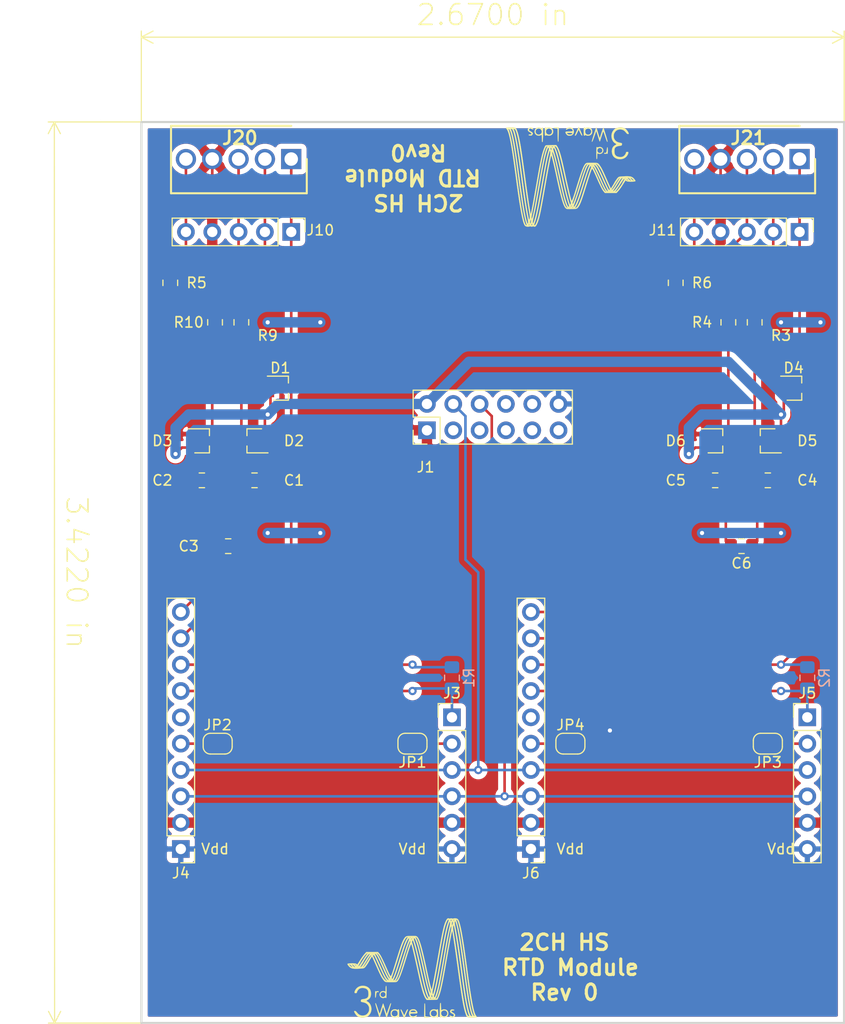
<source format=kicad_pcb>
(kicad_pcb (version 20171130) (host pcbnew "(5.1.0)-1")
  (layers (0 F.Cu signal) (31 B.Cu signal) (34 B.Paste user) (35 F.Paste user) (36 B.SilkS user) (37 F.SilkS user) (38 B.Mask user) (39 F.Mask user) (44 Edge.Cuts user))
  (net 0 "")
  (net 1 GND)
  (net 2 5V)
  (net 3 "Net-(J1-Pad3)")
  (net 4 SDA)
  (net 5 CS0)
  (net 6 SCL)
  (net 7 CS1)
  (net 8 SDI)
  (net 9 SDO)
  (net 10 CLK)
  (net 11 "Net-(J1-Pad11)")
  (net 12 /ALRT)
  (net 13 +3V3)
  (net 14 /RTD0_M-)
  (net 15 /RTD0_M+)
  (net 16 /RTD1_M+)
  (net 17 /RTD1_M-)
  (net 18 "/DAQ_ADD(0)")
  (net 19 "/ADC_ADDR(0)")
  (net 20 "/DAQ_ADD(1)")
  (net 21 "/ADC_ADDR(1)")
  (net 22 "/ALRT(1)")
  (net 23 /Vout0)
  (net 24 /RTD0_F+)
  (net 25 /RTD1_F+)
  (net 26 /Shield0)
  (net 27 /Shield1)
  (net 28 /Vout1)
  (net 29 /RTD0_M+P)
  (net 30 /RTD0_M-P)
  (net 31 /RTD1_M+P)
  (net 32 /RTD1_M-P)
  (module SamacSys_Parts:SHDR5W110P0X254_1X5_1310X650X850P (layer F.Cu) (at 183.882 69.34 180)
    (fp_text reference J20 (at 4.953 2.032 180) (layer F.SilkS) (effects (font (size 1.27 1.27) (thickness 0.254))))
    (fp_text value OSTVN05A150 hide)
    (pad 5 thru_hole circle (at 10.16 0 270) (size 1.95 1.95) (drill 1.3) (layers *.Cu *.Mask) (net 26 /Shield0))
    (pad 4 thru_hole circle (at 7.62 0 270) (size 1.95 1.95) (drill 1.3) (layers *.Cu *.Mask) (net 1 GND))
    (pad 3 thru_hole circle (at 5.08 0 270) (size 1.95 1.95) (drill 1.3) (layers *.Cu *.Mask) (net 14 /RTD0_M-))
    (pad 2 thru_hole circle (at 2.54 0 270) (size 1.95 1.95) (drill 1.3) (layers *.Cu *.Mask) (net 15 /RTD0_M+))
    (pad 1 thru_hole rect (at 0 0 270) (size 1.95 1.95) (drill 1.3) (layers *.Cu *.Mask) (net 24 /RTD0_F+))
  )
  (module SamacSys_Parts:SHDR5W110P0X254_1X5_1310X650X850P (layer F.Cu) (at 232.932 69.34 180)
    (fp_text reference J21 (at 4.953 2.032 180) (layer F.SilkS) (effects (font (size 1.27 1.27) (thickness 0.254))))
    (fp_text value OSTVN05A150 hide)
    (pad 1 thru_hole rect (at 0 0 270) (size 1.95 1.95) (drill 1.3) (layers *.Cu *.Mask) (net 25 /RTD1_F+))
    (pad 2 thru_hole circle (at 2.54 0 270) (size 1.95 1.95) (drill 1.3) (layers *.Cu *.Mask) (net 16 /RTD1_M+))
    (pad 3 thru_hole circle (at 5.08 0 270) (size 1.95 1.95) (drill 1.3) (layers *.Cu *.Mask) (net 17 /RTD1_M-))
    (pad 4 thru_hole circle (at 7.62 0 270) (size 1.95 1.95) (drill 1.3) (layers *.Cu *.Mask) (net 1 GND))
    (pad 5 thru_hole circle (at 10.16 0 270) (size 1.95 1.95) (drill 1.3) (layers *.Cu *.Mask) (net 27 /Shield1))
  )
  (module 3rdWaveLabsLogos:3rdWave_10mm_Logo (layer F.Cu) (at 195.58 147.32)
    (fp_text reference G*** hide)
    (fp_text value 3rdWaveLabs hide)
  )
  (module 3rdWaveLabsLogos:3rdWave_10mm_Logo (layer F.Cu) (at 210.82 71.12 180)
    (fp_text reference G*** hide)
    (fp_text value 3rdWaveLabs hide)
  )
  (module Jumper:SolderJumper-2_P1.3mm_Bridged2Bar_RoundedPad1.0x1.5mm (layer F.Cu) (at 210.82 125.73)
    (fp_text reference JP4 (at 0 -1.8) (layer F.SilkS))
    (fp_text value "ADC_ADD(1)")
    (fp_poly (pts (xy -0.25 -0.6) (xy 0.25 -0.6) (xy 0.25 -0.2) (xy -0.25 -0.2)) (layer F.Cu) (width 0))
    (fp_poly (pts (xy -0.25 0.2) (xy 0.25 0.2) (xy 0.25 0.6) (xy -0.25 0.6)) (layer F.Cu) (width 0))
    (pad 1 smd custom (at -0.65 0) (size 1 0.5) (layers F.Cu F.Mask) (net 21 "/ADC_ADDR(1)") (options (clearance outline) (anchor rect)) (primitives (gr_circle (center 0 0.25) (end 0.5 0.25) (width 0)) (gr_circle (center 0 -0.25) (end 0.5 -0.25) (width 0)) (gr_poly (pts (xy 0.5 0.75) (xy 0.5 -0.75) (xy 0 -0.75) (xy 0 0.75)) (width 0))))
    (pad 2 smd custom (at 0.65 0) (size 1 0.5) (layers F.Cu F.Mask) (net 2 5V) (options (clearance outline) (anchor rect)) (primitives (gr_circle (center 0 0.25) (end 0.5 0.25) (width 0)) (gr_circle (center 0 -0.25) (end 0.5 -0.25) (width 0)) (gr_poly (pts (xy -0.5 0.75) (xy -0.5 -0.75) (xy 0 -0.75) (xy 0 0.75)) (width 0))))
  )
  (module Jumper:SolderJumper-2_P1.3mm_Bridged2Bar_RoundedPad1.0x1.5mm (layer F.Cu) (at 229.87 125.73 180)
    (fp_text reference JP3 (at 0 -1.8 180) (layer F.SilkS))
    (fp_text value "DAQ_ADD(1)")
    (fp_poly (pts (xy -0.25 -0.6) (xy 0.25 -0.6) (xy 0.25 -0.2) (xy -0.25 -0.2)) (layer F.Cu) (width 0))
    (fp_poly (pts (xy -0.25 0.2) (xy 0.25 0.2) (xy 0.25 0.6) (xy -0.25 0.6)) (layer F.Cu) (width 0))
    (pad 1 smd custom (at -0.65 0 180) (size 1 0.5) (layers F.Cu F.Mask) (net 20 "/DAQ_ADD(1)") (options (clearance outline) (anchor rect)) (primitives (gr_circle (center 0 0.25) (end 0.5 0.25) (width 0)) (gr_circle (center 0 -0.25) (end 0.5 -0.25) (width 0)) (gr_poly (pts (xy 0.5 0.75) (xy 0.5 -0.75) (xy 0 -0.75) (xy 0 0.75)) (width 0))))
    (pad 2 smd custom (at 0.65 0 180) (size 1 0.5) (layers F.Cu F.Mask) (net 2 5V) (options (clearance outline) (anchor rect)) (primitives (gr_circle (center 0 0.25) (end 0.5 0.25) (width 0)) (gr_circle (center 0 -0.25) (end 0.5 -0.25) (width 0)) (gr_poly (pts (xy -0.5 0.75) (xy -0.5 -0.75) (xy 0 -0.75) (xy 0 0.75)) (width 0))))
  )
  (module Jumper:SolderJumper-2_P1.3mm_Bridged2Bar_RoundedPad1.0x1.5mm (layer F.Cu) (at 176.784 125.73)
    (fp_text reference JP2 (at 0 -1.8) (layer F.SilkS))
    (fp_text value "ADC_ADD(0)")
    (fp_poly (pts (xy -0.25 -0.6) (xy 0.25 -0.6) (xy 0.25 -0.2) (xy -0.25 -0.2)) (layer F.Cu) (width 0))
    (fp_poly (pts (xy -0.25 0.2) (xy 0.25 0.2) (xy 0.25 0.6) (xy -0.25 0.6)) (layer F.Cu) (width 0))
    (pad 1 smd custom (at -0.65 0) (size 1 0.5) (layers F.Cu F.Mask) (net 19 "/ADC_ADDR(0)") (options (clearance outline) (anchor rect)) (primitives (gr_circle (center 0 0.25) (end 0.5 0.25) (width 0)) (gr_circle (center 0 -0.25) (end 0.5 -0.25) (width 0)) (gr_poly (pts (xy 0.5 0.75) (xy 0.5 -0.75) (xy 0 -0.75) (xy 0 0.75)) (width 0))))
    (pad 2 smd custom (at 0.65 0) (size 1 0.5) (layers F.Cu F.Mask) (net 1 GND) (options (clearance outline) (anchor rect)) (primitives (gr_circle (center 0 0.25) (end 0.5 0.25) (width 0)) (gr_circle (center 0 -0.25) (end 0.5 -0.25) (width 0)) (gr_poly (pts (xy -0.5 0.75) (xy -0.5 -0.75) (xy 0 -0.75) (xy 0 0.75)) (width 0))))
  )
  (module Jumper:SolderJumper-2_P1.3mm_Bridged2Bar_RoundedPad1.0x1.5mm (layer F.Cu) (at 195.58 125.73 180)
    (fp_text reference JP1 (at 0 -1.8 180) (layer F.SilkS))
    (fp_text value "DAQ_ADD(0)")
    (fp_poly (pts (xy -0.25 -0.6) (xy 0.25 -0.6) (xy 0.25 -0.2) (xy -0.25 -0.2)) (layer F.Cu) (width 0))
    (fp_poly (pts (xy -0.25 0.2) (xy 0.25 0.2) (xy 0.25 0.6) (xy -0.25 0.6)) (layer F.Cu) (width 0))
    (pad 1 smd custom (at -0.65 0 180) (size 1 0.5) (layers F.Cu F.Mask) (net 18 "/DAQ_ADD(0)") (options (clearance outline) (anchor rect)) (primitives (gr_circle (center 0 0.25) (end 0.5 0.25) (width 0)) (gr_circle (center 0 -0.25) (end 0.5 -0.25) (width 0)) (gr_poly (pts (xy 0.5 0.75) (xy 0.5 -0.75) (xy 0 -0.75) (xy 0 0.75)) (width 0))))
    (pad 2 smd custom (at 0.65 0 180) (size 1 0.5) (layers F.Cu F.Mask) (net 1 GND) (options (clearance outline) (anchor rect)) (primitives (gr_circle (center 0 0.25) (end 0.5 0.25) (width 0)) (gr_circle (center 0 -0.25) (end 0.5 -0.25) (width 0)) (gr_poly (pts (xy -0.5 0.75) (xy -0.5 -0.75) (xy 0 -0.75) (xy 0 0.75)) (width 0))))
  )
  (module Package_TO_SOT_SMD:SOT-323_SC-70 (layer F.Cu) (at 224.79 96.52)
    (fp_text reference D6 (at -3.81 0) (layer F.SilkS))
    (fp_text value BAT54SW)
    (pad 1 smd rect (at -1 -0.65 270) (size 0.45 0.7) (layers F.Cu F.Paste F.Mask) (net 1 GND))
    (pad 2 smd rect (at -1 0.65 270) (size 0.45 0.7) (layers F.Cu F.Paste F.Mask) (net 13 +3V3))
    (pad 3 smd rect (at 1 0 270) (size 0.45 0.7) (layers F.Cu F.Paste F.Mask) (net 32 /RTD1_M-P))
  )
  (module Capacitor_SMD:C_0805_2012Metric_Pad1.15x1.40mm_HandSolder (layer F.Cu) (at 180.34 100.33)
    (fp_text reference C1 (at 3.81 0) (layer F.SilkS))
    (fp_text value C_Small)
    (pad 1 smd roundrect (at -1.025 0) (size 1.15 1.4) (layers F.Cu F.Paste F.Mask) (roundrect_rratio 0.217391) (net 29 /RTD0_M+P))
    (pad 2 smd roundrect (at 1.025 0) (size 1.15 1.4) (layers F.Cu F.Paste F.Mask) (roundrect_rratio 0.217391) (net 1 GND))
  )
  (module Capacitor_SMD:C_0805_2012Metric_Pad1.15x1.40mm_HandSolder (layer F.Cu) (at 175.26 100.33)
    (fp_text reference C2 (at -3.81 0) (layer F.SilkS))
    (fp_text value C_Small)
    (pad 2 smd roundrect (at 1.025 0) (size 1.15 1.4) (layers F.Cu F.Paste F.Mask) (roundrect_rratio 0.217391) (net 30 /RTD0_M-P))
    (pad 1 smd roundrect (at -1.025 0) (size 1.15 1.4) (layers F.Cu F.Paste F.Mask) (roundrect_rratio 0.217391) (net 1 GND))
  )
  (module Capacitor_SMD:C_0805_2012Metric_Pad1.15x1.40mm_HandSolder (layer F.Cu) (at 177.8 106.68 180)
    (fp_text reference C3 (at 3.81 0 180) (layer F.SilkS))
    (fp_text value C_Small)
    (pad 1 smd roundrect (at -1.025 0 180) (size 1.15 1.4) (layers F.Cu F.Paste F.Mask) (roundrect_rratio 0.217391) (net 29 /RTD0_M+P))
    (pad 2 smd roundrect (at 1.025 0 180) (size 1.15 1.4) (layers F.Cu F.Paste F.Mask) (roundrect_rratio 0.217391) (net 30 /RTD0_M-P))
  )
  (module Package_TO_SOT_SMD:SOT-323_SC-70 (layer F.Cu) (at 182.88 91.44)
    (fp_text reference D1 (at -0.05 -1.95) (layer F.SilkS))
    (fp_text value "RTD0F+ CLMP")
    (pad 1 smd rect (at -1 -0.65 270) (size 0.45 0.7) (layers F.Cu F.Paste F.Mask) (net 1 GND))
    (pad 2 smd rect (at -1 0.65 270) (size 0.45 0.7) (layers F.Cu F.Paste F.Mask) (net 13 +3V3))
    (pad 3 smd rect (at 1 0 270) (size 0.45 0.7) (layers F.Cu F.Paste F.Mask) (net 24 /RTD0_F+))
  )
  (module Package_TO_SOT_SMD:SOT-323_SC-70 (layer F.Cu) (at 180.34 96.52 180)
    (fp_text reference D2 (at -3.81 0 180) (layer F.SilkS))
    (fp_text value BAT54SW)
    (pad 3 smd rect (at 1 0 90) (size 0.45 0.7) (layers F.Cu F.Paste F.Mask) (net 29 /RTD0_M+P))
    (pad 2 smd rect (at -1 0.65 90) (size 0.45 0.7) (layers F.Cu F.Paste F.Mask) (net 13 +3V3))
    (pad 1 smd rect (at -1 -0.65 90) (size 0.45 0.7) (layers F.Cu F.Paste F.Mask) (net 1 GND))
  )
  (module Package_TO_SOT_SMD:SOT-323_SC-70 (layer F.Cu) (at 175.26 96.52)
    (fp_text reference D3 (at -3.81 0) (layer F.SilkS))
    (fp_text value BAT54SW)
    (pad 1 smd rect (at -1 -0.65 270) (size 0.45 0.7) (layers F.Cu F.Paste F.Mask) (net 1 GND))
    (pad 2 smd rect (at -1 0.65 270) (size 0.45 0.7) (layers F.Cu F.Paste F.Mask) (net 13 +3V3))
    (pad 3 smd rect (at 1 0 270) (size 0.45 0.7) (layers F.Cu F.Paste F.Mask) (net 30 /RTD0_M-P))
  )
  (module Connector_PinHeader_2.54mm:PinHeader_2x06_P2.54mm_Vertical (layer F.Cu) (at 196.977 95.504 90)
    (fp_text reference J1 (at -3.556 -0.127 180) (layer F.SilkS))
    (fp_text value Conn_02x06_Odd_Even)
    (pad 1 thru_hole rect (at 0 0 90) (size 1.7 1.7) (drill 1) (layers *.Cu *.Mask) (net 1 GND))
    (pad 2 thru_hole oval (at 2.54 0 90) (size 1.7 1.7) (drill 1) (layers *.Cu *.Mask) (net 13 +3V3))
    (pad 3 thru_hole oval (at 0 2.54 90) (size 1.7 1.7) (drill 1) (layers *.Cu *.Mask) (net 3 "Net-(J1-Pad3)"))
    (pad 4 thru_hole oval (at 2.54 2.54 90) (size 1.7 1.7) (drill 1) (layers *.Cu *.Mask) (net 4 SDA))
    (pad 5 thru_hole oval (at 0 5.08 90) (size 1.7 1.7) (drill 1) (layers *.Cu *.Mask) (net 5 CS0))
    (pad 6 thru_hole oval (at 2.54 5.08 90) (size 1.7 1.7) (drill 1) (layers *.Cu *.Mask) (net 6 SCL))
    (pad 7 thru_hole oval (at 0 7.62 90) (size 1.7 1.7) (drill 1) (layers *.Cu *.Mask) (net 7 CS1))
    (pad 8 thru_hole oval (at 2.54 7.62 90) (size 1.7 1.7) (drill 1) (layers *.Cu *.Mask) (net 8 SDI))
    (pad 9 thru_hole oval (at 0 10.16 90) (size 1.7 1.7) (drill 1) (layers *.Cu *.Mask) (net 9 SDO))
    (pad 10 thru_hole oval (at 2.54 10.16 90) (size 1.7 1.7) (drill 1) (layers *.Cu *.Mask) (net 10 CLK))
    (pad 11 thru_hole oval (at 0 12.7 90) (size 1.7 1.7) (drill 1) (layers *.Cu *.Mask) (net 11 "Net-(J1-Pad11)"))
    (pad 12 thru_hole oval (at 2.54 12.7 90) (size 1.7 1.7) (drill 1) (layers *.Cu *.Mask) (net 2 5V))
  )
  (module Connector_PinHeader_2.54mm:PinHeader_1x06_P2.54mm_Vertical (layer F.Cu) (at 199.39 123.19)
    (fp_text reference J3 (at 0 -2.33) (layer F.SilkS))
    (fp_text value "MCP4725 DAC0")
    (pad 1 thru_hole rect (at 0 0) (size 1.7 1.7) (drill 1) (layers *.Cu *.Mask) (net 23 /Vout0))
    (pad 2 thru_hole oval (at 0 2.54) (size 1.7 1.7) (drill 1) (layers *.Cu *.Mask) (net 18 "/DAQ_ADD(0)"))
    (pad 3 thru_hole oval (at 0 5.08) (size 1.7 1.7) (drill 1) (layers *.Cu *.Mask) (net 4 SDA))
    (pad 4 thru_hole oval (at 0 7.62) (size 1.7 1.7) (drill 1) (layers *.Cu *.Mask) (net 6 SCL))
    (pad 5 thru_hole oval (at 0 10.16) (size 1.7 1.7) (drill 1) (layers *.Cu *.Mask) (net 1 GND))
    (pad 6 thru_hole oval (at 0 12.7) (size 1.7 1.7) (drill 1) (layers *.Cu *.Mask) (net 2 5V))
  )
  (module Connector_PinHeader_2.54mm:PinHeader_1x10_P2.54mm_Vertical (layer F.Cu) (at 173.228 135.89 180)
    (fp_text reference J4 (at 0 -2.33 180) (layer F.SilkS))
    (fp_text value "ADS1115 ADC0")
    (pad 1 thru_hole rect (at 0 0 180) (size 1.7 1.7) (drill 1) (layers *.Cu *.Mask) (net 2 5V))
    (pad 2 thru_hole oval (at 0 2.54 180) (size 1.7 1.7) (drill 1) (layers *.Cu *.Mask) (net 1 GND))
    (pad 3 thru_hole oval (at 0 5.08 180) (size 1.7 1.7) (drill 1) (layers *.Cu *.Mask) (net 6 SCL))
    (pad 4 thru_hole oval (at 0 7.62 180) (size 1.7 1.7) (drill 1) (layers *.Cu *.Mask) (net 4 SDA))
    (pad 5 thru_hole oval (at 0 10.16 180) (size 1.7 1.7) (drill 1) (layers *.Cu *.Mask) (net 19 "/ADC_ADDR(0)"))
    (pad 6 thru_hole oval (at 0 12.7 180) (size 1.7 1.7) (drill 1) (layers *.Cu *.Mask) (net 12 /ALRT))
    (pad 7 thru_hole oval (at 0 15.24 180) (size 1.7 1.7) (drill 1) (layers *.Cu *.Mask) (net 23 /Vout0))
    (pad 8 thru_hole oval (at 0 17.78 180) (size 1.7 1.7) (drill 1) (layers *.Cu *.Mask) (net 24 /RTD0_F+))
    (pad 9 thru_hole oval (at 0 20.32 180) (size 1.7 1.7) (drill 1) (layers *.Cu *.Mask) (net 29 /RTD0_M+P))
    (pad 10 thru_hole oval (at 0 22.86 180) (size 1.7 1.7) (drill 1) (layers *.Cu *.Mask) (net 30 /RTD0_M-P))
  )
  (module Resistor_SMD:R_0805_2012Metric_Pad1.15x1.40mm_HandSolder (layer B.Cu) (at 199.39 119.38 90)
    (fp_text reference R1 (at 0 1.65 90) (layer B.SilkS) (effects (justify mirror)))
    (fp_text value 4.3K)
    (pad 2 smd roundrect (at 1.025 0 90) (size 1.15 1.4) (layers B.Cu B.Paste B.Mask) (roundrect_rratio 0.217391) (net 24 /RTD0_F+))
    (pad 1 smd roundrect (at -1.025 0 90) (size 1.15 1.4) (layers B.Cu B.Paste B.Mask) (roundrect_rratio 0.217391) (net 23 /Vout0))
  )
  (module Resistor_SMD:R_0805_2012Metric_Pad1.15x1.40mm_HandSolder (layer F.Cu) (at 179.07 85.09 270)
    (fp_text reference R9 (at 1.27 -2.54) (layer F.SilkS))
    (fp_text value 300)
    (pad 2 smd roundrect (at 1.025 0 270) (size 1.15 1.4) (layers F.Cu F.Paste F.Mask) (roundrect_rratio 0.217391) (net 29 /RTD0_M+P))
    (pad 1 smd roundrect (at -1.025 0 270) (size 1.15 1.4) (layers F.Cu F.Paste F.Mask) (roundrect_rratio 0.217391) (net 15 /RTD0_M+))
  )
  (module Resistor_SMD:R_0805_2012Metric_Pad1.15x1.40mm_HandSolder (layer F.Cu) (at 176.53 85.09 270)
    (fp_text reference R10 (at 0 2.54) (layer F.SilkS))
    (fp_text value 300)
    (pad 1 smd roundrect (at -1.025 0 270) (size 1.15 1.4) (layers F.Cu F.Paste F.Mask) (roundrect_rratio 0.217391) (net 14 /RTD0_M-))
    (pad 2 smd roundrect (at 1.025 0 270) (size 1.15 1.4) (layers F.Cu F.Paste F.Mask) (roundrect_rratio 0.217391) (net 30 /RTD0_M-P))
  )
  (module Connector_PinHeader_2.54mm:PinHeader_1x05_P2.54mm_Vertical (layer F.Cu) (at 183.882 76.37 270)
    (fp_text reference J10 (at -0.17 -2.808) (layer F.SilkS))
    (fp_text value 70553-0004)
    (pad 5 thru_hole oval (at 0 10.16 270) (size 1.7 1.7) (drill 1) (layers *.Cu *.Mask) (net 26 /Shield0))
    (pad 4 thru_hole oval (at 0 7.62 270) (size 1.7 1.7) (drill 1) (layers *.Cu *.Mask) (net 1 GND))
    (pad 3 thru_hole oval (at 0 5.08 270) (size 1.7 1.7) (drill 1) (layers *.Cu *.Mask) (net 14 /RTD0_M-))
    (pad 2 thru_hole oval (at 0 2.54 270) (size 1.7 1.7) (drill 1) (layers *.Cu *.Mask) (net 15 /RTD0_M+))
    (pad 1 thru_hole rect (at 0 0 270) (size 1.7 1.7) (drill 1) (layers *.Cu *.Mask) (net 24 /RTD0_F+))
  )
  (module Connector_PinHeader_2.54mm:PinHeader_1x05_P2.54mm_Vertical (layer F.Cu) (at 232.932 76.37 270)
    (fp_text reference J11 (at -0.17 13.222) (layer F.SilkS))
    (fp_text value 70553-0004)
    (pad 1 thru_hole rect (at 0 0 270) (size 1.7 1.7) (drill 1) (layers *.Cu *.Mask) (net 25 /RTD1_F+))
    (pad 2 thru_hole oval (at 0 2.54 270) (size 1.7 1.7) (drill 1) (layers *.Cu *.Mask) (net 16 /RTD1_M+))
    (pad 3 thru_hole oval (at 0 5.08 270) (size 1.7 1.7) (drill 1) (layers *.Cu *.Mask) (net 17 /RTD1_M-))
    (pad 4 thru_hole oval (at 0 7.62 270) (size 1.7 1.7) (drill 1) (layers *.Cu *.Mask) (net 1 GND))
    (pad 5 thru_hole oval (at 0 10.16 270) (size 1.7 1.7) (drill 1) (layers *.Cu *.Mask) (net 27 /Shield1))
  )
  (module Capacitor_SMD:C_0805_2012Metric_Pad1.15x1.40mm_HandSolder (layer F.Cu) (at 229.87 100.33)
    (fp_text reference C4 (at 3.81 0) (layer F.SilkS))
    (fp_text value C_Small)
    (pad 1 smd roundrect (at -1.025 0) (size 1.15 1.4) (layers F.Cu F.Paste F.Mask) (roundrect_rratio 0.217391) (net 31 /RTD1_M+P))
    (pad 2 smd roundrect (at 1.025 0) (size 1.15 1.4) (layers F.Cu F.Paste F.Mask) (roundrect_rratio 0.217391) (net 1 GND))
  )
  (module Capacitor_SMD:C_0805_2012Metric_Pad1.15x1.40mm_HandSolder (layer F.Cu) (at 224.79 100.33)
    (fp_text reference C5 (at -3.81 0) (layer F.SilkS))
    (fp_text value C_Small)
    (pad 2 smd roundrect (at 1.025 0) (size 1.15 1.4) (layers F.Cu F.Paste F.Mask) (roundrect_rratio 0.217391) (net 32 /RTD1_M-P))
    (pad 1 smd roundrect (at -1.025 0) (size 1.15 1.4) (layers F.Cu F.Paste F.Mask) (roundrect_rratio 0.217391) (net 1 GND))
  )
  (module Capacitor_SMD:C_0805_2012Metric_Pad1.15x1.40mm_HandSolder (layer F.Cu) (at 227.33 106.68 180)
    (fp_text reference C6 (at 0 -1.65 180) (layer F.SilkS))
    (fp_text value C_Small)
    (pad 1 smd roundrect (at -1.025 0 180) (size 1.15 1.4) (layers F.Cu F.Paste F.Mask) (roundrect_rratio 0.217391) (net 31 /RTD1_M+P))
    (pad 2 smd roundrect (at 1.025 0 180) (size 1.15 1.4) (layers F.Cu F.Paste F.Mask) (roundrect_rratio 0.217391) (net 32 /RTD1_M-P))
  )
  (module Package_TO_SOT_SMD:SOT-323_SC-70 (layer F.Cu) (at 232.41 91.44)
    (fp_text reference D4 (at -0.05 -1.95) (layer F.SilkS))
    (fp_text value BAT54SW)
    (pad 1 smd rect (at -1 -0.65 270) (size 0.45 0.7) (layers F.Cu F.Paste F.Mask) (net 1 GND))
    (pad 2 smd rect (at -1 0.65 270) (size 0.45 0.7) (layers F.Cu F.Paste F.Mask) (net 13 +3V3))
    (pad 3 smd rect (at 1 0 270) (size 0.45 0.7) (layers F.Cu F.Paste F.Mask) (net 25 /RTD1_F+))
  )
  (module Package_TO_SOT_SMD:SOT-323_SC-70 (layer F.Cu) (at 229.87 96.52 180)
    (fp_text reference D5 (at -3.81 0 180) (layer F.SilkS))
    (fp_text value BAT54SW)
    (pad 3 smd rect (at 1 0 90) (size 0.45 0.7) (layers F.Cu F.Paste F.Mask) (net 31 /RTD1_M+P))
    (pad 2 smd rect (at -1 0.65 90) (size 0.45 0.7) (layers F.Cu F.Paste F.Mask) (net 13 +3V3))
    (pad 1 smd rect (at -1 -0.65 90) (size 0.45 0.7) (layers F.Cu F.Paste F.Mask) (net 1 GND))
  )
  (module Connector_PinHeader_2.54mm:PinHeader_1x06_P2.54mm_Vertical (layer F.Cu) (at 233.68 123.19)
    (fp_text reference J5 (at 0 -2.33) (layer F.SilkS))
    (fp_text value "MCP4725 DAC1")
    (pad 1 thru_hole rect (at 0 0) (size 1.7 1.7) (drill 1) (layers *.Cu *.Mask) (net 28 /Vout1))
    (pad 2 thru_hole oval (at 0 2.54) (size 1.7 1.7) (drill 1) (layers *.Cu *.Mask) (net 20 "/DAQ_ADD(1)"))
    (pad 3 thru_hole oval (at 0 5.08) (size 1.7 1.7) (drill 1) (layers *.Cu *.Mask) (net 4 SDA))
    (pad 4 thru_hole oval (at 0 7.62) (size 1.7 1.7) (drill 1) (layers *.Cu *.Mask) (net 6 SCL))
    (pad 5 thru_hole oval (at 0 10.16) (size 1.7 1.7) (drill 1) (layers *.Cu *.Mask) (net 1 GND))
    (pad 6 thru_hole oval (at 0 12.7) (size 1.7 1.7) (drill 1) (layers *.Cu *.Mask) (net 2 5V))
  )
  (module Connector_PinHeader_2.54mm:PinHeader_1x10_P2.54mm_Vertical (layer F.Cu) (at 207.01 135.89 180)
    (fp_text reference J6 (at 0 -2.33 180) (layer F.SilkS))
    (fp_text value "ADS1115 ADC1")
    (pad 1 thru_hole rect (at 0 0 180) (size 1.7 1.7) (drill 1) (layers *.Cu *.Mask) (net 2 5V))
    (pad 2 thru_hole oval (at 0 2.54 180) (size 1.7 1.7) (drill 1) (layers *.Cu *.Mask) (net 1 GND))
    (pad 3 thru_hole oval (at 0 5.08 180) (size 1.7 1.7) (drill 1) (layers *.Cu *.Mask) (net 6 SCL))
    (pad 4 thru_hole oval (at 0 7.62 180) (size 1.7 1.7) (drill 1) (layers *.Cu *.Mask) (net 4 SDA))
    (pad 5 thru_hole oval (at 0 10.16 180) (size 1.7 1.7) (drill 1) (layers *.Cu *.Mask) (net 21 "/ADC_ADDR(1)"))
    (pad 6 thru_hole oval (at 0 12.7 180) (size 1.7 1.7) (drill 1) (layers *.Cu *.Mask) (net 22 "/ALRT(1)"))
    (pad 7 thru_hole oval (at 0 15.24 180) (size 1.7 1.7) (drill 1) (layers *.Cu *.Mask) (net 28 /Vout1))
    (pad 8 thru_hole oval (at 0 17.78 180) (size 1.7 1.7) (drill 1) (layers *.Cu *.Mask) (net 25 /RTD1_F+))
    (pad 9 thru_hole oval (at 0 20.32 180) (size 1.7 1.7) (drill 1) (layers *.Cu *.Mask) (net 31 /RTD1_M+P))
    (pad 10 thru_hole oval (at 0 22.86 180) (size 1.7 1.7) (drill 1) (layers *.Cu *.Mask) (net 32 /RTD1_M-P))
  )
  (module Resistor_SMD:R_0805_2012Metric_Pad1.15x1.40mm_HandSolder (layer B.Cu) (at 233.68 119.38 90)
    (fp_text reference R2 (at 0 1.65 90) (layer B.SilkS) (effects (justify mirror)))
    (fp_text value 4.3K)
    (pad 2 smd roundrect (at 1.025 0 90) (size 1.15 1.4) (layers B.Cu B.Paste B.Mask) (roundrect_rratio 0.217391) (net 25 /RTD1_F+))
    (pad 1 smd roundrect (at -1.025 0 90) (size 1.15 1.4) (layers B.Cu B.Paste B.Mask) (roundrect_rratio 0.217391) (net 28 /Vout1))
  )
  (module Resistor_SMD:R_0805_2012Metric_Pad1.15x1.40mm_HandSolder (layer F.Cu) (at 228.6 85.09 270)
    (fp_text reference R3 (at 1.27 -2.54) (layer F.SilkS))
    (fp_text value 300)
    (pad 1 smd roundrect (at -1.025 0 270) (size 1.15 1.4) (layers F.Cu F.Paste F.Mask) (roundrect_rratio 0.217391) (net 16 /RTD1_M+))
    (pad 2 smd roundrect (at 1.025 0 270) (size 1.15 1.4) (layers F.Cu F.Paste F.Mask) (roundrect_rratio 0.217391) (net 31 /RTD1_M+P))
  )
  (module Resistor_SMD:R_0805_2012Metric_Pad1.15x1.40mm_HandSolder (layer F.Cu) (at 226.06 85.09 270)
    (fp_text reference R4 (at 0 2.54) (layer F.SilkS))
    (fp_text value 300)
    (pad 2 smd roundrect (at 1.025 0 270) (size 1.15 1.4) (layers F.Cu F.Paste F.Mask) (roundrect_rratio 0.217391) (net 32 /RTD1_M-P))
    (pad 1 smd roundrect (at -1.025 0 270) (size 1.15 1.4) (layers F.Cu F.Paste F.Mask) (roundrect_rratio 0.217391) (net 17 /RTD1_M-))
  )
  (module Resistor_SMD:R_0805_2012Metric_Pad1.15x1.40mm_HandSolder (layer F.Cu) (at 172.212 81.28 90)
    (fp_text reference R5 (at 0 2.54 180) (layer F.SilkS))
    (fp_text value "0 ohm")
    (pad 1 smd roundrect (at -1.025 0 90) (size 1.15 1.4) (layers F.Cu F.Paste F.Mask) (roundrect_rratio 0.217391) (net 1 GND))
    (pad 2 smd roundrect (at 1.025 0 90) (size 1.15 1.4) (layers F.Cu F.Paste F.Mask) (roundrect_rratio 0.217391) (net 26 /Shield0))
  )
  (module Resistor_SMD:R_0805_2012Metric_Pad1.15x1.40mm_HandSolder (layer F.Cu) (at 220.98 81.28 90)
    (fp_text reference R6 (at 0 2.54 180) (layer F.SilkS))
    (fp_text value "0 ohm")
    (pad 1 smd roundrect (at -1.025 0 90) (size 1.15 1.4) (layers F.Cu F.Paste F.Mask) (roundrect_rratio 0.217391) (net 1 GND))
    (pad 2 smd roundrect (at 1.025 0 90) (size 1.15 1.4) (layers F.Cu F.Paste F.Mask) (roundrect_rratio 0.217391) (net 27 /Shield1))
  )
  (dimension 86.918804 (width 0.12) (layer F.SilkS) (gr_text "86.919 mm" (at 159.766751 109.222824 270) (layer F.SilkS) (effects (font (size 2 2) (thickness 0.15)))) (feature1 (pts (xy 169.4434 152.6794) (xy 160.463031 152.682024))) (feature2 (pts (xy 169.418 65.7606) (xy 160.437631 65.763224))) (crossbar (pts (xy 161.024051 65.763053) (xy 161.049451 152.681853))) (arrow1a (pts (xy 161.049451 152.681853) (xy 160.462701 151.555521))) (arrow1b (pts (xy 161.049451 152.681853) (xy 161.635543 151.555178))) (arrow2a (pts (xy 161.024051 65.763053) (xy 160.437959 66.889728))) (arrow2b (pts (xy 161.024051 65.763053) (xy 161.610801 66.889385))))
  (dimension 67.818 (width 0.12) (layer F.SilkS) (gr_text "67.818 mm" (at 203.327 56.3118) (layer F.SilkS) (effects (font (size 2 2) (thickness 0.15)))) (feature1 (pts (xy 237.236 65.7606) (xy 237.236 56.995379))) (feature2 (pts (xy 169.418 65.7606) (xy 169.418 56.995379))) (crossbar (pts (xy 169.418 57.5818) (xy 237.236 57.5818))) (arrow1a (pts (xy 237.236 57.5818) (xy 236.109496 58.168221))) (arrow1b (pts (xy 237.236 57.5818) (xy 236.109496 56.995379))) (arrow2a (pts (xy 169.418 57.5818) (xy 170.544504 58.168221))) (arrow2b (pts (xy 169.418 57.5818) (xy 170.544504 56.995379))))
  (gr_line (start 237.226468 65.769497) (end 169.426465 65.769497) (layer Edge.Cuts) (width 0.2))
  (gr_line (start 169.426465 65.769497) (end 169.426465 152.669495) (layer Edge.Cuts) (width 0.2))
  (gr_line (start 169.426465 152.669495) (end 237.226468 152.669495) (layer Edge.Cuts) (width 0.2))
  (gr_line (start 237.226468 152.669495) (end 237.226468 65.769497) (layer Edge.Cuts) (width 0.2))
  (gr_text Vdd (at 231.14 135.89) (layer F.SilkS) (effects (font (size 1 1))))
  (gr_text Vdd (at 210.82 135.89) (layer F.SilkS) (effects (font (size 1 1))))
  (gr_text Vdd (at 195.58 135.89) (layer F.SilkS) (effects (font (size 1 1))))
  (gr_text Vdd (at 176.53 135.89) (layer F.SilkS) (effects (font (size 1 1))))
  (gr_text "2CH HS \nRTD Module\nRev 0 \n" (at 210.82 147.32) (layer F.SilkS) (effects (font (size 1.5 1.5) (thickness 0.3))))
  (gr_text "2CH HS \nRTD Module\nRev0 " (at 195.58 71.12 180) (layer F.SilkS) (effects (font (size 1.5 1.5) (thickness 0.3))))
  (via (at 231.14 85.09) (size 0.8) (drill 0.4) (layers F.Cu B.Cu) (net 1))
  (via (at 181.61 105.41) (size 0.8) (drill 0.4) (layers F.Cu B.Cu) (net 1))
  (via (at 181.61 85.09) (size 0.8) (drill 0.4) (layers F.Cu B.Cu) (net 1))
  (segment (start 176.262 69.34) (end 176.262 76.37) (width 0.25) (layer F.Cu) (net 1))
  (segment (start 225.312 69.34) (end 225.312 76.37) (width 0.25) (layer F.Cu) (net 1))
  (via (at 223.52 105.41) (size 0.8) (drill 0.4) (layers F.Cu B.Cu) (net 1))
  (via (at 231.14 105.41) (size 0.8) (drill 0.4) (layers F.Cu B.Cu) (net 1))
  (segment (start 223.52 105.41) (end 231.14 105.41) (width 1) (layer B.Cu) (net 1))
  (via (at 186.69 105.41) (size 0.8) (drill 0.4) (layers F.Cu B.Cu) (net 1))
  (segment (start 181.61 105.41) (end 186.69 105.41) (width 1) (layer B.Cu) (net 1))
  (via (at 234.95 85.09) (size 0.8) (drill 0.4) (layers F.Cu B.Cu) (net 1))
  (via (at 186.69 85.09) (size 0.8) (drill 0.4) (layers F.Cu B.Cu) (net 1))
  (segment (start 231.14 85.09) (end 234.95 85.09) (width 1) (layer B.Cu) (net 1))
  (segment (start 181.61 85.09) (end 186.69 85.09) (width 1) (layer B.Cu) (net 1))
  (via (at 214.63 124.46) (size 0.8) (drill 0.4) (layers F.Cu B.Cu) (net 2))
  (segment (start 212.74 124.46) (end 211.47 125.73) (width 0.25) (layer F.Cu) (net 2))
  (segment (start 214.63 124.46) (end 212.74 124.46) (width 0.25) (layer F.Cu) (net 2))
  (segment (start 214.63 124.46) (end 215.9 125.73) (width 0.25) (layer F.Cu) (net 2))
  (segment (start 215.9 125.73) (end 229.22 125.73) (width 0.25) (layer F.Cu) (net 2))
  (segment (start 199.39 128.27) (end 203.525011 128.27) (width 0.25) (layer B.Cu) (net 4))
  (segment (start 207.01 128.27) (end 203.525011 128.27) (width 0.25) (layer B.Cu) (net 4))
  (via (at 201.93 128.27) (size 0.8) (drill 0.4) (layers F.Cu B.Cu) (net 4))
  (segment (start 200.692001 94.139001) (end 200.692001 107.982001) (width 0.25) (layer B.Cu) (net 4))
  (segment (start 199.517 92.964) (end 200.692001 94.139001) (width 0.25) (layer B.Cu) (net 4))
  (segment (start 201.93 109.22) (end 201.93 128.27) (width 0.25) (layer B.Cu) (net 4))
  (segment (start 200.692001 107.982001) (end 201.93 109.22) (width 0.25) (layer B.Cu) (net 4))
  (segment (start 208.212081 128.27) (end 233.68 128.27) (width 0.25) (layer B.Cu) (net 4))
  (segment (start 207.01 128.27) (end 208.212081 128.27) (width 0.25) (layer B.Cu) (net 4))
  (segment (start 173.228 128.27) (end 199.39 128.27) (width 0.25) (layer B.Cu) (net 4))
  (via (at 204.47 130.81) (size 0.8) (drill 0.4) (layers F.Cu B.Cu) (net 6))
  (segment (start 199.39 130.81) (end 204.47 130.81) (width 0.25) (layer B.Cu) (net 6))
  (segment (start 207.01 130.81) (end 204.47 130.81) (width 0.25) (layer B.Cu) (net 6))
  (segment (start 203.232001 94.139001) (end 203.232001 107.982001) (width 0.25) (layer F.Cu) (net 6))
  (segment (start 202.057 92.964) (end 203.232001 94.139001) (width 0.25) (layer F.Cu) (net 6))
  (segment (start 204.47 109.22) (end 204.47 130.81) (width 0.25) (layer F.Cu) (net 6))
  (segment (start 203.232001 107.982001) (end 204.47 109.22) (width 0.25) (layer F.Cu) (net 6))
  (segment (start 208.212081 130.81) (end 233.68 130.81) (width 0.25) (layer B.Cu) (net 6))
  (segment (start 207.01 130.81) (end 208.212081 130.81) (width 0.25) (layer B.Cu) (net 6))
  (segment (start 173.228 130.81) (end 199.39 130.81) (width 0.25) (layer B.Cu) (net 6))
  (via (at 231.14 93.98) (size 0.8) (drill 0.4) (layers F.Cu B.Cu) (net 13))
  (via (at 222.25 97.79) (size 0.8) (drill 0.4) (layers F.Cu B.Cu) (net 13))
  (via (at 181.61 93.98) (size 0.8) (drill 0.4) (layers F.Cu B.Cu) (net 13))
  (via (at 172.72 97.79) (size 0.8) (drill 0.4) (layers F.Cu B.Cu) (net 13))
  (segment (start 181.88 92.09) (end 181.88 93.71) (width 0.25) (layer F.Cu) (net 13))
  (segment (start 181.34 94.25) (end 181.34 95.87) (width 0.25) (layer F.Cu) (net 13))
  (segment (start 181.88 93.71) (end 181.34 94.25) (width 0.25) (layer F.Cu) (net 13))
  (segment (start 173.34 97.17) (end 172.72 97.79) (width 0.25) (layer F.Cu) (net 13))
  (segment (start 174.26 97.17) (end 173.34 97.17) (width 0.25) (layer F.Cu) (net 13))
  (segment (start 182.626 92.964) (end 181.61 93.98) (width 1) (layer B.Cu) (net 13))
  (segment (start 196.977 92.964) (end 182.626 92.964) (width 1) (layer B.Cu) (net 13))
  (segment (start 172.72 95.25) (end 172.72 97.79) (width 1) (layer B.Cu) (net 13))
  (segment (start 181.61 93.98) (end 173.99 93.98) (width 1) (layer B.Cu) (net 13))
  (segment (start 173.99 93.98) (end 172.72 95.25) (width 1) (layer B.Cu) (net 13))
  (segment (start 222.25 97.79) (end 222.25 95.25) (width 1) (layer B.Cu) (net 13))
  (segment (start 223.52 93.98) (end 231.14 93.98) (width 1) (layer B.Cu) (net 13))
  (segment (start 222.25 95.25) (end 223.52 93.98) (width 1) (layer B.Cu) (net 13))
  (segment (start 222.87 97.17) (end 222.25 97.79) (width 0.25) (layer F.Cu) (net 13))
  (segment (start 223.79 97.17) (end 222.87 97.17) (width 0.25) (layer F.Cu) (net 13))
  (segment (start 231.41 93.71) (end 231.14 93.98) (width 0.25) (layer F.Cu) (net 13))
  (segment (start 231.41 92.09) (end 231.41 93.71) (width 0.25) (layer F.Cu) (net 13))
  (segment (start 231.14 95.6) (end 230.87 95.87) (width 0.25) (layer F.Cu) (net 13))
  (segment (start 231.14 93.98) (end 231.14 95.6) (width 0.25) (layer F.Cu) (net 13))
  (segment (start 230.740001 93.580001) (end 231.14 93.98) (width 1) (layer B.Cu) (net 13))
  (segment (start 226.06 88.9) (end 230.740001 93.580001) (width 1) (layer B.Cu) (net 13))
  (segment (start 196.977 92.964) (end 201.041 88.9) (width 1) (layer B.Cu) (net 13))
  (segment (start 201.041 88.9) (end 226.06 88.9) (width 1) (layer B.Cu) (net 13))
  (segment (start 178.802 81.793) (end 176.53 84.065) (width 0.25) (layer F.Cu) (net 14))
  (segment (start 178.802 76.37) (end 178.802 81.793) (width 0.25) (layer F.Cu) (net 14))
  (segment (start 176.53 100.085) (end 176.285 100.33) (width 0.25) (layer F.Cu) (net 30))
  (segment (start 176.285 106.19) (end 176.775 106.68) (width 0.25) (layer F.Cu) (net 30))
  (segment (start 176.285 100.33) (end 176.285 106.19) (width 0.25) (layer F.Cu) (net 30))
  (segment (start 176.26 100.305) (end 176.285 100.33) (width 0.25) (layer F.Cu) (net 30))
  (segment (start 176.26 96.52) (end 176.26 100.305) (width 0.25) (layer F.Cu) (net 30))
  (segment (start 176.775 109.483) (end 173.228 113.03) (width 0.25) (layer F.Cu) (net 30))
  (segment (start 176.775 106.68) (end 176.775 109.483) (width 0.25) (layer F.Cu) (net 30))
  (segment (start 178.802 69.34) (end 178.802 76.37) (width 0.25) (layer F.Cu) (net 14))
  (segment (start 176.26 86.385) (end 176.53 86.115) (width 0.25) (layer F.Cu) (net 30))
  (segment (start 176.26 96.52) (end 176.26 86.385) (width 0.25) (layer F.Cu) (net 30))
  (segment (start 181.342 81.793) (end 179.07 84.065) (width 0.25) (layer F.Cu) (net 15))
  (segment (start 181.342 76.37) (end 181.342 81.793) (width 0.25) (layer F.Cu) (net 15))
  (segment (start 181.342 69.34) (end 181.342 76.37) (width 0.25) (layer F.Cu) (net 15))
  (segment (start 179.07 100.085) (end 179.315 100.33) (width 0.25) (layer F.Cu) (net 29))
  (segment (start 179.315 106.19) (end 178.825 106.68) (width 0.25) (layer F.Cu) (net 29))
  (segment (start 179.315 100.33) (end 179.315 106.19) (width 0.25) (layer F.Cu) (net 29))
  (segment (start 179.34 100.305) (end 179.315 100.33) (width 0.25) (layer F.Cu) (net 29))
  (segment (start 179.34 96.52) (end 179.34 100.305) (width 0.25) (layer F.Cu) (net 29))
  (segment (start 178.825 109.973) (end 173.228 115.57) (width 0.25) (layer F.Cu) (net 29))
  (segment (start 178.825 106.68) (end 178.825 109.973) (width 0.25) (layer F.Cu) (net 29))
  (segment (start 179.07 96.25) (end 179.34 96.52) (width 0.25) (layer F.Cu) (net 29))
  (segment (start 179.07 86.115) (end 179.07 96.25) (width 0.25) (layer F.Cu) (net 29))
  (segment (start 230.392 69.34) (end 230.392 76.37) (width 0.25) (layer F.Cu) (net 16))
  (segment (start 228.6 96.25) (end 228.87 96.52) (width 0.25) (layer F.Cu) (net 31))
  (segment (start 228.6 86.115) (end 228.6 96.25) (width 0.25) (layer F.Cu) (net 31))
  (segment (start 228.87 100.305) (end 228.845 100.33) (width 0.25) (layer F.Cu) (net 31))
  (segment (start 228.87 96.52) (end 228.87 100.305) (width 0.25) (layer F.Cu) (net 31))
  (segment (start 228.845 106.19) (end 228.355 106.68) (width 0.25) (layer F.Cu) (net 31))
  (segment (start 228.845 100.33) (end 228.845 106.19) (width 0.25) (layer F.Cu) (net 31))
  (segment (start 228.355 108.195) (end 228.355 106.68) (width 0.25) (layer F.Cu) (net 31))
  (segment (start 207.01 115.57) (end 220.98 115.57) (width 0.25) (layer F.Cu) (net 31))
  (segment (start 220.98 115.57) (end 228.355 108.195) (width 0.25) (layer F.Cu) (net 31))
  (segment (start 230.392 82.273) (end 228.6 84.065) (width 0.25) (layer F.Cu) (net 16))
  (segment (start 230.392 76.37) (end 230.392 82.273) (width 0.25) (layer F.Cu) (net 16))
  (segment (start 227.852 69.34) (end 227.852 76.37) (width 0.25) (layer F.Cu) (net 17))
  (segment (start 226.06 96.25) (end 225.79 96.52) (width 0.25) (layer F.Cu) (net 32))
  (segment (start 226.06 86.115) (end 226.06 96.25) (width 0.25) (layer F.Cu) (net 32))
  (segment (start 225.79 100.305) (end 225.815 100.33) (width 0.25) (layer F.Cu) (net 32))
  (segment (start 225.79 96.52) (end 225.79 100.305) (width 0.25) (layer F.Cu) (net 32))
  (segment (start 225.815 106.19) (end 226.305 106.68) (width 0.25) (layer F.Cu) (net 32))
  (segment (start 225.815 100.33) (end 225.815 106.19) (width 0.25) (layer F.Cu) (net 32))
  (segment (start 219.955 113.03) (end 226.305 106.68) (width 0.25) (layer F.Cu) (net 32))
  (segment (start 207.01 113.03) (end 219.955 113.03) (width 0.25) (layer F.Cu) (net 32))
  (segment (start 226.06 78.162) (end 226.06 84.065) (width 0.25) (layer F.Cu) (net 17))
  (segment (start 227.852 76.37) (end 226.06 78.162) (width 0.25) (layer F.Cu) (net 17))
  (segment (start 196.23 125.73) (end 199.39 125.73) (width 0.25) (layer F.Cu) (net 18))
  (segment (start 173.228 125.73) (end 176.134 125.73) (width 0.25) (layer F.Cu) (net 19))
  (segment (start 231.12 125.73) (end 233.68 125.73) (width 0.25) (layer F.Cu) (net 20))
  (segment (start 230.52 125.73) (end 231.12 125.73) (width 0.25) (layer F.Cu) (net 20))
  (segment (start 207.01 125.73) (end 210.17 125.73) (width 0.25) (layer F.Cu) (net 21))
  (via (at 195.58 120.65) (size 0.8) (drill 0.4) (layers F.Cu B.Cu) (net 23))
  (segment (start 195.825 120.405) (end 195.58 120.65) (width 0.25) (layer B.Cu) (net 23))
  (segment (start 199.39 120.405) (end 195.825 120.405) (width 0.25) (layer B.Cu) (net 23))
  (segment (start 199.39 120.405) (end 199.39 123.19) (width 0.25) (layer B.Cu) (net 23))
  (segment (start 173.228 120.65) (end 195.58 120.65) (width 0.25) (layer F.Cu) (net 23))
  (via (at 195.58 118.11) (size 0.8) (drill 0.4) (layers F.Cu B.Cu) (net 24))
  (segment (start 183.882 91.438) (end 183.88 91.44) (width 0.25) (layer F.Cu) (net 24))
  (segment (start 183.882 76.37) (end 183.882 91.438) (width 0.25) (layer F.Cu) (net 24))
  (segment (start 183.882 70.565) (end 183.882 76.37) (width 0.25) (layer F.Cu) (net 24))
  (segment (start 183.882 69.34) (end 183.882 70.565) (width 0.25) (layer F.Cu) (net 24))
  (segment (start 195.825 118.355) (end 195.58 118.11) (width 0.25) (layer B.Cu) (net 24))
  (segment (start 199.39 118.355) (end 195.825 118.355) (width 0.25) (layer B.Cu) (net 24))
  (segment (start 176.53 118.11) (end 177.076284 118.11) (width 0.25) (layer F.Cu) (net 24))
  (segment (start 183.88 117.11) (end 182.88 118.11) (width 0.25) (layer F.Cu) (net 24))
  (segment (start 183.88 91.44) (end 183.88 117.11) (width 0.25) (layer F.Cu) (net 24))
  (segment (start 195.58 118.11) (end 182.88 118.11) (width 0.25) (layer F.Cu) (net 24))
  (segment (start 182.88 118.11) (end 176.53 118.11) (width 0.25) (layer F.Cu) (net 24))
  (segment (start 173.228 118.11) (end 176.53 118.11) (width 0.25) (layer F.Cu) (net 24))
  (via (at 231.14 118.11) (size 0.8) (drill 0.4) (layers F.Cu B.Cu) (net 25))
  (segment (start 232.932 70.565) (end 232.932 76.37) (width 0.25) (layer F.Cu) (net 25))
  (segment (start 232.932 69.34) (end 232.932 70.565) (width 0.25) (layer F.Cu) (net 25))
  (segment (start 232.932 90.962) (end 233.41 91.44) (width 0.25) (layer F.Cu) (net 25))
  (segment (start 232.932 76.37) (end 232.932 90.962) (width 0.25) (layer F.Cu) (net 25))
  (segment (start 207.01 118.11) (end 231.14 118.11) (width 0.25) (layer F.Cu) (net 25))
  (segment (start 233.41 115.84) (end 231.14 118.11) (width 0.25) (layer F.Cu) (net 25))
  (segment (start 233.41 91.44) (end 233.41 115.84) (width 0.25) (layer F.Cu) (net 25))
  (segment (start 233.435 118.11) (end 233.68 118.355) (width 0.25) (layer B.Cu) (net 25))
  (segment (start 231.14 118.11) (end 233.435 118.11) (width 0.25) (layer B.Cu) (net 25))
  (segment (start 173.722 69.34) (end 173.722 76.37) (width 0.25) (layer F.Cu) (net 26))
  (segment (start 173.722 78.745) (end 173.722 76.37) (width 0.25) (layer F.Cu) (net 26))
  (segment (start 172.212 80.255) (end 173.722 78.745) (width 0.25) (layer F.Cu) (net 26))
  (segment (start 222.772 70.718858) (end 222.772 76.37) (width 0.25) (layer F.Cu) (net 27))
  (segment (start 222.772 69.34) (end 222.772 70.718858) (width 0.25) (layer F.Cu) (net 27))
  (segment (start 222.772 78.463) (end 220.98 80.255) (width 0.25) (layer F.Cu) (net 27))
  (segment (start 222.772 76.37) (end 222.772 78.463) (width 0.25) (layer F.Cu) (net 27))
  (via (at 231.14 120.65) (size 0.8) (drill 0.4) (layers F.Cu B.Cu) (net 28))
  (segment (start 231.14 120.65) (end 207.01 120.65) (width 0.25) (layer F.Cu) (net 28))
  (segment (start 233.435 120.65) (end 233.68 120.405) (width 0.25) (layer B.Cu) (net 28))
  (segment (start 231.14 120.65) (end 233.435 120.65) (width 0.25) (layer B.Cu) (net 28))
  (segment (start 233.68 120.405) (end 233.68 123.19) (width 0.25) (layer B.Cu) (net 28))
  (zone (net 2) (net_name 5V) (layer B.Cu) (connect_pads (clearance 0.508)) (min_thickness 0.254) (fill yes (arc_segments 32) (thermal_gap 0.508) (thermal_bridge_width 0.508))
    (polygon (pts (xy 169.545 65.913) (xy 237.236 65.786) (xy 237.109 152.527) (xy 169.545 152.527)))
  )
  (zone (net 1) (net_name GND) (layer F.Cu) (connect_pads (clearance 0.5)) (min_thickness 0.254) (fill yes (arc_segments 32) (thermal_gap 0.5) (thermal_bridge_width 1))
    (polygon (pts (xy 169.545 65.913) (xy 237.109 65.913) (xy 237.109 152.527) (xy 169.545 152.527)))
  )
)
</source>
